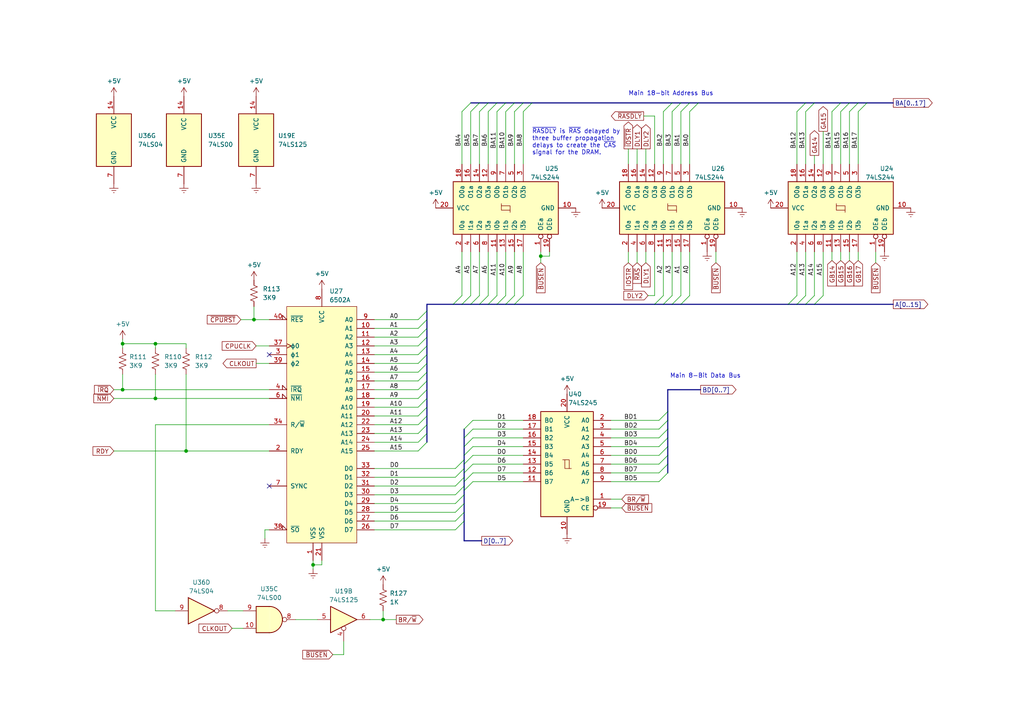
<source format=kicad_sch>
(kicad_sch (version 20230121) (generator eeschema)
  (paper "A4")
  (title_block (title "Dick Smith Cat - Motherboard") (date "1984") (company "Video Technology Ltd.") (comment 2 "Schematic Redrawn by Rhys Weatherley") (comment 3 "CPU and Bus Transceivers"))
  (lib_symbols
    (symbol "65xx:6502" (pin_names (offset 1.016))
      (property "Reference" "U" (at -10.16 35.56 0))
      (property "Value" "6502" (at 0 0 90))
      (symbol "6502_0_1"
        (rectangle (start -10.16 34.29) (end 10.16 -34.29) (fill (type background)))
      )
      (symbol "6502_1_1"
        (pin power_in line (at -2.54 -39.37 90) (length 5.08) (name "VSS") (number "1"))
        (pin output line (at 15.24 27.94 180) (length 5.08) (name "A1") (number "10"))
        (pin output line (at 15.24 25.4 180) (length 5.08) (name "A2") (number "11"))
        (pin output line (at 15.24 22.86 180) (length 5.08) (name "A3") (number "12"))
        (pin output line (at 15.24 20.32 180) (length 5.08) (name "A4") (number "13"))
        (pin output line (at 15.24 17.78 180) (length 5.08) (name "A5") (number "14"))
        (pin output line (at 15.24 15.24 180) (length 5.08) (name "A6") (number "15"))
        (pin output line (at 15.24 12.7 180) (length 5.08) (name "A7") (number "16"))
        (pin output line (at 15.24 10.16 180) (length 5.08) (name "A8") (number "17"))
        (pin output line (at 15.24 7.62 180) (length 5.08) (name "A9") (number "18"))
        (pin output line (at 15.24 5.08 180) (length 5.08) (name "A10") (number "19"))
        (pin input line (at -15.24 -7.62 0) (length 5.08) (name "RDY") (number "2"))
        (pin output line (at 15.24 2.54 180) (length 5.08) (name "A11") (number "20"))
        (pin power_in line (at 0 -39.37 90) (length 5.08) (name "VSS") (number "21"))
        (pin output line (at 15.24 0 180) (length 5.08) (name "A12") (number "22"))
        (pin output line (at 15.24 -2.54 180) (length 5.08) (name "A13") (number "23"))
        (pin output line (at 15.24 -5.08 180) (length 5.08) (name "A14") (number "24"))
        (pin output line (at 15.24 -7.62 180) (length 5.08) (name "A15") (number "25"))
        (pin bidirectional line (at 15.24 -30.48 180) (length 5.08) (name "D7") (number "26"))
        (pin bidirectional line (at 15.24 -27.94 180) (length 5.08) (name "D6") (number "27"))
        (pin bidirectional line (at 15.24 -25.4 180) (length 5.08) (name "D5") (number "28"))
        (pin bidirectional line (at 15.24 -22.86 180) (length 5.08) (name "D4") (number "29"))
        (pin output line (at -15.24 20.32 0) (length 5.08) (name "ϕ1") (number "3"))
        (pin bidirectional line (at 15.24 -20.32 180) (length 5.08) (name "D3") (number "30"))
        (pin bidirectional line (at 15.24 -17.78 180) (length 5.08) (name "D2") (number "31"))
        (pin bidirectional line (at 15.24 -15.24 180) (length 5.08) (name "D1") (number "32"))
        (pin bidirectional line (at 15.24 -12.7 180) (length 5.08) (name "D0") (number "33"))
        (pin output line (at -15.24 0 0) (length 5.08) (name "R/~{W}") (number "34"))
        (pin no_connect non_logic (at -10.16 -25.4 0) (length 2.54) hide (name "nc") (number "35"))
        (pin no_connect non_logic (at -10.16 -27.94 0) (length 2.54) hide (name "nc") (number "36"))
        (pin input clock (at -15.24 22.86 0) (length 5.08) (name "ϕ0") (number "37"))
        (pin input input_low (at -15.24 -30.48 0) (length 5.08) (name "~{SO}") (number "38"))
        (pin output line (at -15.24 17.78 0) (length 5.08) (name "ϕ2") (number "39"))
        (pin input input_low (at -15.24 10.16 0) (length 5.08) (name "~{IRQ}") (number "4"))
        (pin input input_low (at -15.24 30.48 0) (length 5.08) (name "~{RES}") (number "40"))
        (pin no_connect non_logic (at -10.16 -22.86 0) (length 2.5654) hide (name "nc") (number "5"))
        (pin input input_low (at -15.24 7.62 0) (length 5.08) (name "~{NMI}") (number "6"))
        (pin output line (at -15.24 -17.78 0) (length 5.08) (name "SYNC") (number "7"))
        (pin power_in line (at 0 39.37 270) (length 5.08) (name "VCC") (number "8"))
        (pin output line (at 15.24 30.48 180) (length 5.08) (name "A0") (number "9"))
      )
    )
    (symbol "74xx:74LS00" (pin_names (offset 1.016))
      (property "Reference" "U" (at 0 1.27 0))
      (property "Value" "74LS00" (at 0 -1.27 0))
      (symbol "74LS00_1_1"
        (arc (start 0 -3.81) (mid 3.7934 0) (end 0 3.81) (stroke (width 0.254)) (fill (type background)))
        (polyline (pts (xy 0 3.81) (xy -3.81 3.81) (xy -3.81 -3.81) (xy 0 -3.81)) (stroke (width 0.254)) (fill (type background)))
        (pin input line (at -7.62 2.54 0) (length 3.81) (name "~") (number "1"))
        (pin input line (at -7.62 -2.54 0) (length 3.81) (name "~") (number "2"))
        (pin output inverted (at 7.62 0 180) (length 3.81) (name "~") (number "3"))
      )
      (symbol "74LS00_1_2"
        (arc (start -3.81 -3.81) (mid -2.589 0) (end -3.81 3.81) (stroke (width 0.254)))
        (arc (start -0.6096 -3.81) (mid 2.1842 -2.5851) (end 3.81 0) (stroke (width 0.254)) (fill (type background)))
        (polyline (pts (xy -3.81 -3.81) (xy -0.635 -3.81)) (stroke (width 0.254)) (fill (type background)))
        (polyline (pts (xy -3.81 3.81) (xy -0.635 3.81)) (stroke (width 0.254)) (fill (type background)))
        (polyline (pts (xy -0.635 3.81) (xy -3.81 3.81) (xy -3.81 3.81) (xy -3.556 3.4036) (xy -3.0226 2.2606) (xy -2.6924 1.0414) (xy -2.6162 -0.254) (xy -2.7686 -1.4986) (xy -3.175 -2.7178) (xy -3.81 -3.81) (xy -3.81 -3.81) (xy -0.635 -3.81)) (stroke (width -25.4)) (fill (type background)))
        (arc (start 3.81 0) (mid 2.1915 2.5936) (end -0.6096 3.81) (stroke (width 0.254)) (fill (type background)))
        (pin input inverted (at -7.62 2.54 0) (length 4.318) (name "~") (number "1"))
        (pin input inverted (at -7.62 -2.54 0) (length 4.318) (name "~") (number "2"))
        (pin output line (at 7.62 0 180) (length 3.81) (name "~") (number "3"))
      )
      (symbol "74LS00_2_1"
        (arc (start 0 -3.81) (mid 3.7934 0) (end 0 3.81) (stroke (width 0.254)) (fill (type background)))
        (polyline (pts (xy 0 3.81) (xy -3.81 3.81) (xy -3.81 -3.81) (xy 0 -3.81)) (stroke (width 0.254)) (fill (type background)))
        (pin input line (at -7.62 2.54 0) (length 3.81) (name "~") (number "4"))
        (pin input line (at -7.62 -2.54 0) (length 3.81) (name "~") (number "5"))
        (pin output inverted (at 7.62 0 180) (length 3.81) (name "~") (number "6"))
      )
      (symbol "74LS00_2_2"
        (arc (start -3.81 -3.81) (mid -2.589 0) (end -3.81 3.81) (stroke (width 0.254)))
        (arc (start -0.6096 -3.81) (mid 2.1842 -2.5851) (end 3.81 0) (stroke (width 0.254)) (fill (type background)))
        (polyline (pts (xy -3.81 -3.81) (xy -0.635 -3.81)) (stroke (width 0.254)) (fill (type background)))
        (polyline (pts (xy -3.81 3.81) (xy -0.635 3.81)) (stroke (width 0.254)) (fill (type background)))
        (polyline (pts (xy -0.635 3.81) (xy -3.81 3.81) (xy -3.81 3.81) (xy -3.556 3.4036) (xy -3.0226 2.2606) (xy -2.6924 1.0414) (xy -2.6162 -0.254) (xy -2.7686 -1.4986) (xy -3.175 -2.7178) (xy -3.81 -3.81) (xy -3.81 -3.81) (xy -0.635 -3.81)) (stroke (width -25.4)) (fill (type background)))
        (arc (start 3.81 0) (mid 2.1915 2.5936) (end -0.6096 3.81) (stroke (width 0.254)) (fill (type background)))
        (pin input inverted (at -7.62 2.54 0) (length 4.318) (name "~") (number "4"))
        (pin input inverted (at -7.62 -2.54 0) (length 4.318) (name "~") (number "5"))
        (pin output line (at 7.62 0 180) (length 3.81) (name "~") (number "6"))
      )
      (symbol "74LS00_3_1"
        (arc (start 0 -3.81) (mid 3.7934 0) (end 0 3.81) (stroke (width 0.254)) (fill (type background)))
        (polyline (pts (xy 0 3.81) (xy -3.81 3.81) (xy -3.81 -3.81) (xy 0 -3.81)) (stroke (width 0.254)) (fill (type background)))
        (pin input line (at -7.62 -2.54 0) (length 3.81) (name "~") (number "10"))
        (pin output inverted (at 7.62 0 180) (length 3.81) (name "~") (number "8"))
        (pin input line (at -7.62 2.54 0) (length 3.81) (name "~") (number "9"))
      )
      (symbol "74LS00_3_2"
        (arc (start -3.81 -3.81) (mid -2.589 0) (end -3.81 3.81) (stroke (width 0.254)))
        (arc (start -0.6096 -3.81) (mid 2.1842 -2.5851) (end 3.81 0) (stroke (width 0.254)) (fill (type background)))
        (polyline (pts (xy -3.81 -3.81) (xy -0.635 -3.81)) (stroke (width 0.254)) (fill (type background)))
        (polyline (pts (xy -3.81 3.81) (xy -0.635 3.81)) (stroke (width 0.254)) (fill (type background)))
        (polyline (pts (xy -0.635 3.81) (xy -3.81 3.81) (xy -3.81 3.81) (xy -3.556 3.4036) (xy -3.0226 2.2606) (xy -2.6924 1.0414) (xy -2.6162 -0.254) (xy -2.7686 -1.4986) (xy -3.175 -2.7178) (xy -3.81 -3.81) (xy -3.81 -3.81) (xy -0.635 -3.81)) (stroke (width -25.4)) (fill (type background)))
        (arc (start 3.81 0) (mid 2.1915 2.5936) (end -0.6096 3.81) (stroke (width 0.254)) (fill (type background)))
        (pin input inverted (at -7.62 -2.54 0) (length 4.318) (name "~") (number "10"))
        (pin output line (at 7.62 0 180) (length 3.81) (name "~") (number "8"))
        (pin input inverted (at -7.62 2.54 0) (length 4.318) (name "~") (number "9"))
      )
      (symbol "74LS00_4_1"
        (arc (start 0 -3.81) (mid 3.7934 0) (end 0 3.81) (stroke (width 0.254)) (fill (type background)))
        (polyline (pts (xy 0 3.81) (xy -3.81 3.81) (xy -3.81 -3.81) (xy 0 -3.81)) (stroke (width 0.254)) (fill (type background)))
        (pin output inverted (at 7.62 0 180) (length 3.81) (name "~") (number "11"))
        (pin input line (at -7.62 2.54 0) (length 3.81) (name "~") (number "12"))
        (pin input line (at -7.62 -2.54 0) (length 3.81) (name "~") (number "13"))
      )
      (symbol "74LS00_4_2"
        (arc (start -3.81 -3.81) (mid -2.589 0) (end -3.81 3.81) (stroke (width 0.254)))
        (arc (start -0.6096 -3.81) (mid 2.1842 -2.5851) (end 3.81 0) (stroke (width 0.254)) (fill (type background)))
        (polyline (pts (xy -3.81 -3.81) (xy -0.635 -3.81)) (stroke (width 0.254)) (fill (type background)))
        (polyline (pts (xy -3.81 3.81) (xy -0.635 3.81)) (stroke (width 0.254)) (fill (type background)))
        (polyline (pts (xy -0.635 3.81) (xy -3.81 3.81) (xy -3.81 3.81) (xy -3.556 3.4036) (xy -3.0226 2.2606) (xy -2.6924 1.0414) (xy -2.6162 -0.254) (xy -2.7686 -1.4986) (xy -3.175 -2.7178) (xy -3.81 -3.81) (xy -3.81 -3.81) (xy -0.635 -3.81)) (stroke (width -25.4)) (fill (type background)))
        (arc (start 3.81 0) (mid 2.1915 2.5936) (end -0.6096 3.81) (stroke (width 0.254)) (fill (type background)))
        (pin output line (at 7.62 0 180) (length 3.81) (name "~") (number "11"))
        (pin input inverted (at -7.62 2.54 0) (length 4.318) (name "~") (number "12"))
        (pin input inverted (at -7.62 -2.54 0) (length 4.318) (name "~") (number "13"))
      )
      (symbol "74LS00_5_0"
        (pin power_in line (at 0 12.7 270) (length 5.08) (name "VCC") (number "14"))
        (pin power_in line (at 0 -12.7 90) (length 5.08) (name "GND") (number "7"))
      )
      (symbol "74LS00_5_1"
        (rectangle (start -5.08 7.62) (end 5.08 -7.62) (stroke (width 0.254)) (fill (type background)))
      )
    )
    (symbol "74xx:74LS04"
      (property "Reference" "U" (at 0 1.27 0))
      (property "Value" "74LS04" (at 0 -1.27 0))
      (symbol "74LS04_1_0"
        (polyline (pts (xy -3.81 3.81) (xy -3.81 -3.81) (xy 3.81 0) (xy -3.81 3.81)) (stroke (width 0.254)) (fill (type background)))
        (pin input line (at -7.62 0 0) (length 3.81) (name "~") (number "1"))
        (pin output inverted (at 7.62 0 180) (length 3.81) (name "~") (number "2"))
      )
      (symbol "74LS04_2_0"
        (polyline (pts (xy -3.81 3.81) (xy -3.81 -3.81) (xy 3.81 0) (xy -3.81 3.81)) (stroke (width 0.254)) (fill (type background)))
        (pin input line (at -7.62 0 0) (length 3.81) (name "~") (number "3"))
        (pin output inverted (at 7.62 0 180) (length 3.81) (name "~") (number "4"))
      )
      (symbol "74LS04_3_0"
        (polyline (pts (xy -3.81 3.81) (xy -3.81 -3.81) (xy 3.81 0) (xy -3.81 3.81)) (stroke (width 0.254)) (fill (type background)))
        (pin input line (at -7.62 0 0) (length 3.81) (name "~") (number "5"))
        (pin output inverted (at 7.62 0 180) (length 3.81) (name "~") (number "6"))
      )
      (symbol "74LS04_4_0"
        (polyline (pts (xy -3.81 3.81) (xy -3.81 -3.81) (xy 3.81 0) (xy -3.81 3.81)) (stroke (width 0.254)) (fill (type background)))
        (pin output inverted (at 7.62 0 180) (length 3.81) (name "~") (number "8"))
        (pin input line (at -7.62 0 0) (length 3.81) (name "~") (number "9"))
      )
      (symbol "74LS04_5_0"
        (polyline (pts (xy -3.81 3.81) (xy -3.81 -3.81) (xy 3.81 0) (xy -3.81 3.81)) (stroke (width 0.254)) (fill (type background)))
        (pin output inverted (at 7.62 0 180) (length 3.81) (name "~") (number "10"))
        (pin input line (at -7.62 0 0) (length 3.81) (name "~") (number "11"))
      )
      (symbol "74LS04_6_0"
        (polyline (pts (xy -3.81 3.81) (xy -3.81 -3.81) (xy 3.81 0) (xy -3.81 3.81)) (stroke (width 0.254)) (fill (type background)))
        (pin output inverted (at 7.62 0 180) (length 3.81) (name "~") (number "12"))
        (pin input line (at -7.62 0 0) (length 3.81) (name "~") (number "13"))
      )
      (symbol "74LS04_7_0"
        (pin power_in line (at 0 12.7 270) (length 5.08) (name "VCC") (number "14"))
        (pin power_in line (at 0 -12.7 90) (length 5.08) (name "GND") (number "7"))
      )
      (symbol "74LS04_7_1"
        (rectangle (start -5.08 7.62) (end 5.08 -7.62) (stroke (width 0.254)) (fill (type background)))
      )
    )
    (symbol "74xx:74LS125" (pin_names (offset 1.016))
      (property "Reference" "U" (at 0 1.27 0))
      (property "Value" "74LS125" (at 0 -1.27 0))
      (symbol "74LS125_1_0"
        (polyline (pts (xy -3.81 3.81) (xy -3.81 -3.81) (xy 3.81 0) (xy -3.81 3.81)) (stroke (width 0.254)) (fill (type background)))
        (pin input inverted (at 0 -6.35 90) (length 4.445) (name "~") (number "1"))
        (pin input line (at -7.62 0 0) (length 3.81) (name "~") (number "2"))
        (pin tri_state line (at 7.62 0 180) (length 3.81) (name "~") (number "3"))
      )
      (symbol "74LS125_2_0"
        (polyline (pts (xy -3.81 3.81) (xy -3.81 -3.81) (xy 3.81 0) (xy -3.81 3.81)) (stroke (width 0.254)) (fill (type background)))
        (pin input inverted (at 0 -6.35 90) (length 4.445) (name "~") (number "4"))
        (pin input line (at -7.62 0 0) (length 3.81) (name "~") (number "5"))
        (pin tri_state line (at 7.62 0 180) (length 3.81) (name "~") (number "6"))
      )
      (symbol "74LS125_3_0"
        (polyline (pts (xy -3.81 3.81) (xy -3.81 -3.81) (xy 3.81 0) (xy -3.81 3.81)) (stroke (width 0.254)) (fill (type background)))
        (pin input inverted (at 0 -6.35 90) (length 4.445) (name "~") (number "10"))
        (pin tri_state line (at 7.62 0 180) (length 3.81) (name "~") (number "8"))
        (pin input line (at -7.62 0 0) (length 3.81) (name "~") (number "9"))
      )
      (symbol "74LS125_4_0"
        (polyline (pts (xy -3.81 3.81) (xy -3.81 -3.81) (xy 3.81 0) (xy -3.81 3.81)) (stroke (width 0.254)) (fill (type background)))
        (pin tri_state line (at 7.62 0 180) (length 3.81) (name "~") (number "11"))
        (pin input line (at -7.62 0 0) (length 3.81) (name "~") (number "12"))
        (pin input inverted (at 0 -6.35 90) (length 4.445) (name "~") (number "13"))
      )
      (symbol "74LS125_5_0"
        (pin power_in line (at 0 12.7 270) (length 5.08) (name "VCC") (number "14"))
        (pin power_in line (at 0 -12.7 90) (length 5.08) (name "GND") (number "7"))
      )
      (symbol "74LS125_5_1"
        (rectangle (start -5.08 7.62) (end 5.08 -7.62) (stroke (width 0.254)) (fill (type background)))
      )
    )
    (symbol "74xx:74LS244" (pin_names (offset 1.016))
      (property "Reference" "U" (at -7.62 16.51 0))
      (property "Value" "74LS244" (at -7.62 -16.51 0))
      (symbol "74LS244_1_0"
        (polyline (pts (xy -0.635 -1.27) (xy -0.635 1.27) (xy 0.635 1.27)))
        (polyline (pts (xy -1.27 -1.27) (xy 0.635 -1.27) (xy 0.635 1.27) (xy 1.27 1.27)))
        (pin input inverted (at -12.7 -10.16 0) (length 5.08) (name "OEa") (number "1"))
        (pin power_in line (at 0 -20.32 90) (length 5.08) (name "GND") (number "10"))
        (pin input line (at -12.7 2.54 0) (length 5.08) (name "I0b") (number "11"))
        (pin tri_state line (at 12.7 5.08 180) (length 5.08) (name "O3a") (number "12"))
        (pin input line (at -12.7 0 0) (length 5.08) (name "I1b") (number "13"))
        (pin tri_state line (at 12.7 7.62 180) (length 5.08) (name "O2a") (number "14"))
        (pin input line (at -12.7 -2.54 0) (length 5.08) (name "I2b") (number "15"))
        (pin tri_state line (at 12.7 10.16 180) (length 5.08) (name "O1a") (number "16"))
        (pin input line (at -12.7 -5.08 0) (length 5.08) (name "I3b") (number "17"))
        (pin tri_state line (at 12.7 12.7 180) (length 5.08) (name "O0a") (number "18"))
        (pin input inverted (at -12.7 -12.7 0) (length 5.08) (name "OEb") (number "19"))
        (pin input line (at -12.7 12.7 0) (length 5.08) (name "I0a") (number "2"))
        (pin power_in line (at 0 20.32 270) (length 5.08) (name "VCC") (number "20"))
        (pin tri_state line (at 12.7 -5.08 180) (length 5.08) (name "O3b") (number "3"))
        (pin input line (at -12.7 10.16 0) (length 5.08) (name "I1a") (number "4"))
        (pin tri_state line (at 12.7 -2.54 180) (length 5.08) (name "O2b") (number "5"))
        (pin input line (at -12.7 7.62 0) (length 5.08) (name "I2a") (number "6"))
        (pin tri_state line (at 12.7 0 180) (length 5.08) (name "O1b") (number "7"))
        (pin input line (at -12.7 5.08 0) (length 5.08) (name "I3a") (number "8"))
        (pin tri_state line (at 12.7 2.54 180) (length 5.08) (name "O0b") (number "9"))
      )
      (symbol "74LS244_1_1"
        (rectangle (start -7.62 15.24) (end 7.62 -15.24) (stroke (width 0.254)) (fill (type background)))
      )
    )
    (symbol "74xx:74LS245" (pin_names (offset 1.016))
      (property "Reference" "U" (at -7.62 16.51 0))
      (property "Value" "74LS245" (at -7.62 -16.51 0))
      (symbol "74LS245_1_0"
        (polyline (pts (xy -0.635 -1.27) (xy -0.635 1.27) (xy 0.635 1.27)))
        (polyline (pts (xy -1.27 -1.27) (xy 0.635 -1.27) (xy 0.635 1.27) (xy 1.27 1.27)))
        (pin input line (at -12.7 -10.16 0) (length 5.08) (name "A->B") (number "1"))
        (pin power_in line (at 0 -20.32 90) (length 5.08) (name "GND") (number "10"))
        (pin tri_state line (at 12.7 -5.08 180) (length 5.08) (name "B7") (number "11"))
        (pin tri_state line (at 12.7 -2.54 180) (length 5.08) (name "B6") (number "12"))
        (pin tri_state line (at 12.7 0 180) (length 5.08) (name "B5") (number "13"))
        (pin tri_state line (at 12.7 2.54 180) (length 5.08) (name "B4") (number "14"))
        (pin tri_state line (at 12.7 5.08 180) (length 5.08) (name "B3") (number "15"))
        (pin tri_state line (at 12.7 7.62 180) (length 5.08) (name "B2") (number "16"))
        (pin tri_state line (at 12.7 10.16 180) (length 5.08) (name "B1") (number "17"))
        (pin tri_state line (at 12.7 12.7 180) (length 5.08) (name "B0") (number "18"))
        (pin input inverted (at -12.7 -12.7 0) (length 5.08) (name "CE") (number "19"))
        (pin tri_state line (at -12.7 12.7 0) (length 5.08) (name "A0") (number "2"))
        (pin power_in line (at 0 20.32 270) (length 5.08) (name "VCC") (number "20"))
        (pin tri_state line (at -12.7 10.16 0) (length 5.08) (name "A1") (number "3"))
        (pin tri_state line (at -12.7 7.62 0) (length 5.08) (name "A2") (number "4"))
        (pin tri_state line (at -12.7 5.08 0) (length 5.08) (name "A3") (number "5"))
        (pin tri_state line (at -12.7 2.54 0) (length 5.08) (name "A4") (number "6"))
        (pin tri_state line (at -12.7 0 0) (length 5.08) (name "A5") (number "7"))
        (pin tri_state line (at -12.7 -2.54 0) (length 5.08) (name "A6") (number "8"))
        (pin tri_state line (at -12.7 -5.08 0) (length 5.08) (name "A7") (number "9"))
      )
      (symbol "74LS245_1_1"
        (rectangle (start -7.62 15.24) (end 7.62 -15.24) (stroke (width 0.254)) (fill (type background)))
      )
    )
    (symbol "Device:R_US" (pin_numbers hide) (pin_names (offset 0))
      (property "Reference" "R" (at 2.54 0 90))
      (property "Value" "R_US" (at -2.54 0 90))
      (symbol "R_US_0_1"
        (polyline (pts (xy 0 -2.286) (xy 0 -2.54)))
        (polyline (pts (xy 0 2.286) (xy 0 2.54)))
        (polyline (pts (xy 0 -0.762) (xy 1.016 -1.143) (xy 0 -1.524) (xy -1.016 -1.905) (xy 0 -2.286)))
        (polyline (pts (xy 0 0.762) (xy 1.016 0.381) (xy 0 0) (xy -1.016 -0.381) (xy 0 -0.762)))
        (polyline (pts (xy 0 2.286) (xy 1.016 1.905) (xy 0 1.524) (xy -1.016 1.143) (xy 0 0.762)))
      )
      (symbol "R_US_1_1"
        (pin passive line (at 0 3.81 270) (length 1.27) (name "~") (number "1"))
        (pin passive line (at 0 -3.81 90) (length 1.27) (name "~") (number "2"))
      )
    )
    (symbol "power:+5V" (power) (pin_names (offset 0))
      (property "Value" "+5V" (at 0 3.556 0))
      (symbol "+5V_0_1"
        (polyline (pts (xy -0.762 1.27) (xy 0 2.54)))
        (polyline (pts (xy 0 0) (xy 0 2.54)))
        (polyline (pts (xy 0 2.54) (xy 0.762 1.27)))
      )
      (symbol "+5V_1_1"
        (pin power_in line (at 0 0 90) (length 0) hide (name "+5V") (number "1"))
      )
    )
    (symbol "power:Earth" (power) (pin_names (offset 0))
      (symbol "Earth_0_1"
        (polyline (pts (xy -0.635 -1.905) (xy 0.635 -1.905)))
        (polyline (pts (xy -0.127 -2.54) (xy 0.127 -2.54)))
        (polyline (pts (xy 0 -1.27) (xy 0 0)))
        (polyline (pts (xy 1.27 -1.27) (xy -1.27 -1.27)))
      )
      (symbol "Earth_1_1"
        (pin power_in line (at 0 0 270) (length 0) hide (name "Earth") (number "1"))
      )
    )
  )
  (junction (at 90.805 163.83))
  (junction (at 35.56 99.695))
  (junction (at 45.085 115.57))
  (junction (at 156.845 74.295))
  (junction (at 35.56 113.03))
  (junction (at 45.085 99.695))
  (junction (at 111.125 179.705))
  (junction (at 73.66 92.71))
  (junction (at 53.975 130.81))
  (no_connect (at 78.105 102.87))
  (no_connect (at 78.105 140.97))
  (bus_entry (at 236.22 88.265) (size 2.54 -2.54))
  (bus_entry (at 248.92 32.385) (size 2.54 -2.54))
  (bus_entry (at 134.62 129.54) (size 2.54 -2.54))
  (bus_entry (at 197.485 32.385) (size 2.54 -2.54))
  (bus_entry (at 191.135 124.46) (size 2.54 -2.54))
  (bus_entry (at 132.08 143.51) (size 2.54 -2.54))
  (bus_entry (at 200.025 32.385) (size 2.54 -2.54))
  (bus_entry (at 121.285 100.33) (size 2.54 -2.54))
  (bus_entry (at 191.135 137.16) (size 2.54 -2.54))
  (bus_entry (at 233.68 32.385) (size 2.54 -2.54))
  (bus_entry (at 134.62 139.7) (size 2.54 -2.54))
  (bus_entry (at 133.985 88.265) (size 2.54 -2.54))
  (bus_entry (at 191.135 139.7) (size 2.54 -2.54))
  (bus_entry (at 132.08 140.97) (size 2.54 -2.54))
  (bus_entry (at 246.38 32.385) (size 2.54 -2.54))
  (bus_entry (at 132.08 148.59) (size 2.54 -2.54))
  (bus_entry (at 144.145 32.385) (size 2.54 -2.54))
  (bus_entry (at 241.3 32.385) (size 2.54 -2.54))
  (bus_entry (at 121.285 130.81) (size 2.54 -2.54))
  (bus_entry (at 192.405 32.385) (size 2.54 -2.54))
  (bus_entry (at 121.285 105.41) (size 2.54 -2.54))
  (bus_entry (at 121.285 95.25) (size 2.54 -2.54))
  (bus_entry (at 134.62 134.62) (size 2.54 -2.54))
  (bus_entry (at 136.525 88.265) (size 2.54 -2.54))
  (bus_entry (at 243.84 32.385) (size 2.54 -2.54))
  (bus_entry (at 139.065 88.265) (size 2.54 -2.54))
  (bus_entry (at 149.225 32.385) (size 2.54 -2.54))
  (bus_entry (at 191.135 134.62) (size 2.54 -2.54))
  (bus_entry (at 139.065 32.385) (size 2.54 -2.54))
  (bus_entry (at 231.14 88.265) (size 2.54 -2.54))
  (bus_entry (at 194.945 88.265) (size 2.54 -2.54))
  (bus_entry (at 121.285 97.79) (size 2.54 -2.54))
  (bus_entry (at 121.285 113.03) (size 2.54 -2.54))
  (bus_entry (at 151.765 32.385) (size 2.54 -2.54))
  (bus_entry (at 231.14 32.385) (size 2.54 -2.54))
  (bus_entry (at 132.08 146.05) (size 2.54 -2.54))
  (bus_entry (at 141.605 88.265) (size 2.54 -2.54))
  (bus_entry (at 228.6 88.265) (size 2.54 -2.54))
  (bus_entry (at 121.285 102.87) (size 2.54 -2.54))
  (bus_entry (at 141.605 32.385) (size 2.54 -2.54))
  (bus_entry (at 197.485 88.265) (size 2.54 -2.54))
  (bus_entry (at 191.135 132.08) (size 2.54 -2.54))
  (bus_entry (at 121.285 120.65) (size 2.54 -2.54))
  (bus_entry (at 132.08 135.89) (size 2.54 -2.54))
  (bus_entry (at 134.62 127) (size 2.54 -2.54))
  (bus_entry (at 134.62 124.46) (size 2.54 -2.54))
  (bus_entry (at 134.62 137.16) (size 2.54 -2.54))
  (bus_entry (at 146.685 32.385) (size 2.54 -2.54))
  (bus_entry (at 189.865 88.265) (size 2.54 -2.54))
  (bus_entry (at 131.445 88.265) (size 2.54 -2.54))
  (bus_entry (at 133.985 32.385) (size 2.54 -2.54))
  (bus_entry (at 191.135 121.92) (size 2.54 -2.54))
  (bus_entry (at 132.08 153.67) (size 2.54 -2.54))
  (bus_entry (at 121.285 92.71) (size 2.54 -2.54))
  (bus_entry (at 233.68 88.265) (size 2.54 -2.54))
  (bus_entry (at 136.525 32.385) (size 2.54 -2.54))
  (bus_entry (at 121.285 125.73) (size 2.54 -2.54))
  (bus_entry (at 121.285 107.95) (size 2.54 -2.54))
  (bus_entry (at 134.62 142.24) (size 2.54 -2.54))
  (bus_entry (at 121.285 123.19) (size 2.54 -2.54))
  (bus_entry (at 132.08 138.43) (size 2.54 -2.54))
  (bus_entry (at 146.685 88.265) (size 2.54 -2.54))
  (bus_entry (at 192.405 88.265) (size 2.54 -2.54))
  (bus_entry (at 144.145 88.265) (size 2.54 -2.54))
  (bus_entry (at 121.285 110.49) (size 2.54 -2.54))
  (bus_entry (at 191.135 129.54) (size 2.54 -2.54))
  (bus_entry (at 121.285 118.11) (size 2.54 -2.54))
  (bus_entry (at 191.135 127) (size 2.54 -2.54))
  (bus_entry (at 194.945 32.385) (size 2.54 -2.54))
  (bus_entry (at 132.08 151.13) (size 2.54 -2.54))
  (bus_entry (at 121.285 128.27) (size 2.54 -2.54))
  (bus_entry (at 149.225 88.265) (size 2.54 -2.54))
  (bus_entry (at 134.62 132.08) (size 2.54 -2.54))
  (bus_entry (at 121.285 115.57) (size 2.54 -2.54))
  (bus (pts (xy 134.62 137.16) (xy 134.62 138.43)))
  (wire (pts (xy 177.165 129.54) (xy 191.135 129.54)))
  (wire (pts (xy 139.065 73.025) (xy 139.065 85.725)))
  (wire (pts (xy 108.585 130.81) (xy 121.285 130.81)))
  (wire (pts (xy 243.84 32.385) (xy 243.84 47.625)))
  (bus (pts (xy 149.225 29.845) (xy 151.765 29.845)))
  (wire (pts (xy 238.76 38.1) (xy 238.76 47.625)))
  (wire (pts (xy 248.92 32.385) (xy 248.92 47.625)))
  (wire (pts (xy 149.225 73.025) (xy 149.225 85.725)))
  (bus (pts (xy 193.675 129.54) (xy 193.675 127)))
  (wire (pts (xy 233.68 32.385) (xy 233.68 47.625)))
  (bus (pts (xy 200.025 29.845) (xy 202.565 29.845)))
  (bus (pts (xy 134.62 124.46) (xy 134.62 127)))
  (bus (pts (xy 123.825 102.87) (xy 123.825 105.41)))
  (wire (pts (xy 207.645 73.025) (xy 207.645 76.2)))
  (bus (pts (xy 133.985 88.265) (xy 136.525 88.265)))
  (wire (pts (xy 177.165 127) (xy 191.135 127)))
  (wire (pts (xy 189.865 85.725) (xy 189.865 73.025)))
  (wire (pts (xy 194.945 32.385) (xy 194.945 47.625)))
  (wire (pts (xy 248.92 73.025) (xy 248.92 75.565)))
  (bus (pts (xy 134.62 140.97) (xy 134.62 142.24)))
  (wire (pts (xy 177.165 137.16) (xy 191.135 137.16)))
  (bus (pts (xy 193.675 127) (xy 193.675 124.46)))
  (bus (pts (xy 123.825 105.41) (xy 123.825 107.95)))
  (wire (pts (xy 197.485 73.025) (xy 197.485 85.725)))
  (wire (pts (xy 45.085 123.19) (xy 45.085 177.165)))
  (wire (pts (xy 241.3 32.385) (xy 241.3 47.625)))
  (wire (pts (xy 35.56 108.585) (xy 35.56 113.03)))
  (wire (pts (xy 177.165 144.78) (xy 180.34 144.78)))
  (wire (pts (xy 111.125 177.165) (xy 111.125 179.705)))
  (bus (pts (xy 189.865 88.265) (xy 192.405 88.265)))
  (wire (pts (xy 53.975 100.965) (xy 53.975 99.695)))
  (bus (pts (xy 134.62 142.24) (xy 134.62 143.51)))
  (wire (pts (xy 197.485 32.385) (xy 197.485 47.625)))
  (wire (pts (xy 177.165 124.46) (xy 191.135 124.46)))
  (wire (pts (xy 136.525 32.385) (xy 136.525 47.625)))
  (wire (pts (xy 182.245 73.025) (xy 182.245 76.2)))
  (wire (pts (xy 108.585 151.13) (xy 132.08 151.13)))
  (wire (pts (xy 108.585 100.33) (xy 121.285 100.33)))
  (bus (pts (xy 123.825 123.19) (xy 123.825 120.65)))
  (wire (pts (xy 194.945 73.025) (xy 194.945 85.725)))
  (wire (pts (xy 177.165 121.92) (xy 191.135 121.92)))
  (bus (pts (xy 236.22 29.845) (xy 243.84 29.845)))
  (bus (pts (xy 136.525 88.265) (xy 139.065 88.265)))
  (wire (pts (xy 186.69 33.655) (xy 189.865 33.655)))
  (bus (pts (xy 197.485 29.845) (xy 200.025 29.845)))
  (wire (pts (xy 177.165 139.7) (xy 191.135 139.7)))
  (wire (pts (xy 67.31 182.245) (xy 70.485 182.245)))
  (bus (pts (xy 139.065 29.845) (xy 141.605 29.845)))
  (wire (pts (xy 133.985 73.025) (xy 133.985 85.725)))
  (bus (pts (xy 134.62 139.7) (xy 134.62 140.97)))
  (bus (pts (xy 123.825 88.265) (xy 131.445 88.265)))
  (wire (pts (xy 108.585 120.65) (xy 121.285 120.65)))
  (wire (pts (xy 99.695 189.865) (xy 96.52 189.865)))
  (wire (pts (xy 243.84 73.025) (xy 243.84 75.565)))
  (bus (pts (xy 146.685 29.845) (xy 149.225 29.845)))
  (bus (pts (xy 134.62 148.59) (xy 134.62 151.13)))
  (wire (pts (xy 159.385 73.025) (xy 159.385 74.295)))
  (bus (pts (xy 134.62 132.08) (xy 134.62 133.35)))
  (wire (pts (xy 177.165 134.62) (xy 191.135 134.62)))
  (wire (pts (xy 141.605 32.385) (xy 141.605 47.625)))
  (bus (pts (xy 193.675 134.62) (xy 193.675 132.08)))
  (bus (pts (xy 193.675 132.08) (xy 193.675 129.54)))
  (bus (pts (xy 134.62 146.05) (xy 134.62 148.59)))
  (bus (pts (xy 141.605 88.265) (xy 144.145 88.265)))
  (wire (pts (xy 146.685 73.025) (xy 146.685 85.725)))
  (wire (pts (xy 99.695 186.055) (xy 99.695 189.865)))
  (wire (pts (xy 78.105 153.67) (xy 76.835 153.67)))
  (wire (pts (xy 149.225 32.385) (xy 149.225 47.625)))
  (wire (pts (xy 137.16 129.54) (xy 151.765 129.54)))
  (wire (pts (xy 137.16 134.62) (xy 151.765 134.62)))
  (wire (pts (xy 73.66 92.71) (xy 78.105 92.71)))
  (bus (pts (xy 123.825 95.25) (xy 123.825 97.79)))
  (wire (pts (xy 156.845 73.025) (xy 156.845 74.295)))
  (wire (pts (xy 74.295 105.41) (xy 78.105 105.41)))
  (wire (pts (xy 144.145 32.385) (xy 144.145 47.625)))
  (wire (pts (xy 146.685 32.385) (xy 146.685 47.625)))
  (wire (pts (xy 108.585 123.19) (xy 121.285 123.19)))
  (bus (pts (xy 134.62 156.845) (xy 139.7 156.845)))
  (bus (pts (xy 123.825 115.57) (xy 123.825 113.03)))
  (bus (pts (xy 123.825 92.71) (xy 123.825 95.25)))
  (bus (pts (xy 123.825 100.33) (xy 123.825 102.87)))
  (wire (pts (xy 107.315 179.705) (xy 111.125 179.705)))
  (bus (pts (xy 144.145 88.265) (xy 146.685 88.265)))
  (wire (pts (xy 73.66 88.9) (xy 73.66 92.71)))
  (wire (pts (xy 246.38 32.385) (xy 246.38 47.625)))
  (bus (pts (xy 248.92 29.845) (xy 251.46 29.845)))
  (bus (pts (xy 202.565 29.845) (xy 233.68 29.845)))
  (bus (pts (xy 139.065 88.265) (xy 141.605 88.265)))
  (wire (pts (xy 137.16 139.7) (xy 151.765 139.7)))
  (wire (pts (xy 108.585 140.97) (xy 132.08 140.97)))
  (wire (pts (xy 254 73.025) (xy 254 76.2)))
  (bus (pts (xy 251.46 29.845) (xy 259.08 29.845)))
  (wire (pts (xy 35.56 99.695) (xy 35.56 100.965)))
  (wire (pts (xy 144.145 73.025) (xy 144.145 85.725)))
  (wire (pts (xy 241.3 73.025) (xy 241.3 75.565)))
  (wire (pts (xy 108.585 148.59) (xy 132.08 148.59)))
  (wire (pts (xy 236.22 73.025) (xy 236.22 85.725)))
  (bus (pts (xy 246.38 29.845) (xy 248.92 29.845)))
  (bus (pts (xy 123.825 110.49) (xy 123.825 113.03)))
  (bus (pts (xy 134.62 127) (xy 134.62 129.54)))
  (wire (pts (xy 35.56 98.425) (xy 35.56 99.695)))
  (wire (pts (xy 231.14 73.025) (xy 231.14 85.725)))
  (bus (pts (xy 134.62 138.43) (xy 134.62 139.7)))
  (bus (pts (xy 228.6 88.265) (xy 231.14 88.265)))
  (bus (pts (xy 123.825 118.11) (xy 123.825 115.57)))
  (wire (pts (xy 108.585 113.03) (xy 121.285 113.03)))
  (wire (pts (xy 151.765 32.385) (xy 151.765 47.625)))
  (wire (pts (xy 137.16 132.08) (xy 151.765 132.08)))
  (wire (pts (xy 108.585 97.79) (xy 121.285 97.79)))
  (wire (pts (xy 151.765 73.025) (xy 151.765 85.725)))
  (wire (pts (xy 187.96 85.725) (xy 189.865 85.725)))
  (wire (pts (xy 238.76 73.025) (xy 238.76 85.725)))
  (bus (pts (xy 194.945 29.845) (xy 197.485 29.845)))
  (wire (pts (xy 53.975 108.585) (xy 53.975 130.81)))
  (wire (pts (xy 177.165 147.32) (xy 180.34 147.32)))
  (wire (pts (xy 45.085 99.695) (xy 35.56 99.695)))
  (bus (pts (xy 136.525 29.845) (xy 139.065 29.845)))
  (bus (pts (xy 193.675 113.03) (xy 203.2 113.03)))
  (bus (pts (xy 233.68 88.265) (xy 236.22 88.265)))
  (wire (pts (xy 108.585 102.87) (xy 121.285 102.87)))
  (wire (pts (xy 111.125 179.705) (xy 114.935 179.705)))
  (wire (pts (xy 141.605 73.025) (xy 141.605 85.725)))
  (bus (pts (xy 193.675 119.38) (xy 193.675 113.03)))
  (wire (pts (xy 85.725 179.705) (xy 92.075 179.705)))
  (bus (pts (xy 123.825 125.73) (xy 123.825 128.27)))
  (wire (pts (xy 53.975 130.81) (xy 78.105 130.81)))
  (bus (pts (xy 194.945 88.265) (xy 197.485 88.265)))
  (wire (pts (xy 159.385 74.295) (xy 156.845 74.295)))
  (bus (pts (xy 134.62 133.35) (xy 134.62 134.62)))
  (wire (pts (xy 108.585 110.49) (xy 121.285 110.49)))
  (wire (pts (xy 233.68 73.025) (xy 233.68 85.725)))
  (bus (pts (xy 131.445 88.265) (xy 133.985 88.265)))
  (bus (pts (xy 134.62 143.51) (xy 134.62 146.05)))
  (wire (pts (xy 45.085 123.19) (xy 78.105 123.19)))
  (wire (pts (xy 45.085 177.165) (xy 50.8 177.165)))
  (bus (pts (xy 193.675 121.92) (xy 193.675 119.38)))
  (wire (pts (xy 231.14 32.385) (xy 231.14 47.625)))
  (wire (pts (xy 108.585 125.73) (xy 121.285 125.73)))
  (bus (pts (xy 231.14 88.265) (xy 233.68 88.265)))
  (wire (pts (xy 108.585 115.57) (xy 121.285 115.57)))
  (wire (pts (xy 90.805 163.83) (xy 90.805 165.1)))
  (wire (pts (xy 184.785 43.18) (xy 184.785 47.625)))
  (wire (pts (xy 74.295 100.33) (xy 78.105 100.33)))
  (wire (pts (xy 33.02 115.57) (xy 45.085 115.57)))
  (wire (pts (xy 182.245 43.18) (xy 182.245 47.625)))
  (wire (pts (xy 200.025 32.385) (xy 200.025 47.625)))
  (wire (pts (xy 108.585 128.27) (xy 121.285 128.27)))
  (wire (pts (xy 137.16 127) (xy 151.765 127)))
  (wire (pts (xy 108.585 153.67) (xy 132.08 153.67)))
  (wire (pts (xy 236.22 45.085) (xy 236.22 47.625)))
  (wire (pts (xy 108.585 95.25) (xy 121.285 95.25)))
  (bus (pts (xy 233.68 29.845) (xy 236.22 29.845)))
  (wire (pts (xy 108.585 138.43) (xy 132.08 138.43)))
  (wire (pts (xy 108.585 135.89) (xy 132.08 135.89)))
  (wire (pts (xy 133.985 32.385) (xy 133.985 47.625)))
  (wire (pts (xy 45.085 99.695) (xy 45.085 100.965)))
  (wire (pts (xy 35.56 113.03) (xy 78.105 113.03)))
  (wire (pts (xy 33.02 130.81) (xy 53.975 130.81)))
  (bus (pts (xy 141.605 29.845) (xy 144.145 29.845)))
  (wire (pts (xy 93.345 162.56) (xy 93.345 163.83)))
  (wire (pts (xy 137.16 124.46) (xy 151.765 124.46)))
  (wire (pts (xy 139.065 32.385) (xy 139.065 47.625)))
  (wire (pts (xy 33.02 113.03) (xy 35.56 113.03)))
  (bus (pts (xy 123.825 123.19) (xy 123.825 125.73)))
  (wire (pts (xy 192.405 73.025) (xy 192.405 85.725)))
  (wire (pts (xy 137.16 137.16) (xy 151.765 137.16)))
  (wire (pts (xy 76.835 153.67) (xy 76.835 156.21)))
  (wire (pts (xy 192.405 32.385) (xy 192.405 47.625)))
  (bus (pts (xy 192.405 88.265) (xy 194.945 88.265)))
  (wire (pts (xy 45.085 108.585) (xy 45.085 115.57)))
  (wire (pts (xy 184.785 73.025) (xy 184.785 76.2)))
  (bus (pts (xy 123.825 90.17) (xy 123.825 88.265)))
  (bus (pts (xy 134.62 129.54) (xy 134.62 132.08)))
  (bus (pts (xy 193.675 124.46) (xy 193.675 121.92)))
  (wire (pts (xy 108.585 107.95) (xy 121.285 107.95)))
  (bus (pts (xy 149.225 88.265) (xy 189.865 88.265)))
  (wire (pts (xy 246.38 73.025) (xy 246.38 75.565)))
  (bus (pts (xy 123.825 107.95) (xy 123.825 110.49)))
  (bus (pts (xy 154.305 29.845) (xy 194.945 29.845)))
  (wire (pts (xy 187.325 43.18) (xy 187.325 47.625)))
  (wire (pts (xy 53.975 99.695) (xy 45.085 99.695)))
  (wire (pts (xy 200.025 73.025) (xy 200.025 85.725)))
  (wire (pts (xy 177.165 132.08) (xy 191.135 132.08)))
  (wire (pts (xy 108.585 105.41) (xy 121.285 105.41)))
  (wire (pts (xy 108.585 118.11) (xy 121.285 118.11)))
  (bus (pts (xy 123.825 97.79) (xy 123.825 100.33)))
  (wire (pts (xy 156.845 74.295) (xy 156.845 76.2)))
  (wire (pts (xy 187.325 73.025) (xy 187.325 76.2)))
  (wire (pts (xy 93.345 163.83) (xy 90.805 163.83)))
  (bus (pts (xy 134.62 151.13) (xy 134.62 156.845)))
  (bus (pts (xy 236.22 88.265) (xy 259.08 88.265)))
  (bus (pts (xy 151.765 29.845) (xy 154.305 29.845)))
  (bus (pts (xy 144.145 29.845) (xy 146.685 29.845)))
  (wire (pts (xy 189.865 33.655) (xy 189.865 47.625)))
  (bus (pts (xy 193.675 137.16) (xy 193.675 134.62)))
  (wire (pts (xy 69.85 92.71) (xy 73.66 92.71)))
  (bus (pts (xy 134.62 135.89) (xy 134.62 137.16)))
  (wire (pts (xy 108.585 143.51) (xy 132.08 143.51)))
  (bus (pts (xy 197.485 88.265) (xy 228.6 88.265)))
  (bus (pts (xy 123.825 120.65) (xy 123.825 118.11)))
  (wire (pts (xy 108.585 146.05) (xy 132.08 146.05)))
  (wire (pts (xy 137.16 121.92) (xy 151.765 121.92)))
  (wire (pts (xy 66.04 177.165) (xy 70.485 177.165)))
  (wire (pts (xy 90.805 162.56) (xy 90.805 163.83)))
  (wire (pts (xy 45.085 115.57) (xy 78.105 115.57)))
  (bus (pts (xy 146.685 88.265) (xy 149.225 88.265)))
  (bus (pts (xy 243.84 29.845) (xy 246.38 29.845)))
  (bus (pts (xy 134.62 134.62) (xy 134.62 135.89)))
  (wire (pts (xy 108.585 92.71) (xy 121.285 92.71)))
  (wire (pts (xy 136.525 73.025) (xy 136.525 85.725)))
  (bus (pts (xy 123.825 92.71) (xy 123.825 90.17)))
  (text "Main 18-bit Address Bus" (at 182.245 27.94 0) (effects (font (size 1.27 1.27)) (justify left bottom)))
  (text "~{RASDLY} is ~{RAS} delayed by\nthree buffer propagation\ndelays to create the ~{CAS}\nsignal for the DRAM." (at 154.305 45.085 0) (effects (font (size 1.27 1.27)) (justify left bottom)))
  (text "Main 8-Bit Data Bus" (at 194.31 109.855 0) (effects (font (size 1.27 1.27)) (justify left bottom)))
  (label "BD7" (at 180.975 137.16 0))
  (label "BA8" (at 151.765 42.545 90))
  (label "A4" (at 113.03 102.87 0))
  (label "A4" (at 133.985 79.375 90))
  (label "A3" (at 113.03 100.33 0))
  (label "BD5" (at 180.975 139.7 0))
  (label "A1" (at 197.485 79.375 90))
  (label "D0" (at 113.03 135.89 0))
  (label "A1" (at 113.03 95.25 0))
  (label "D6" (at 144.145 134.62 0))
  (label "BA15" (at 243.84 43.18 90))
  (label "BA14" (at 241.3 43.18 90))
  (label "BA10" (at 146.685 43.18 90))
  (label "D7" (at 113.03 153.67 0))
  (label "A2" (at 113.03 97.79 0))
  (label "A11" (at 144.145 80.01 90))
  (label "BA7" (at 139.065 42.545 90))
  (label "A6" (at 113.03 107.95 0))
  (label "A9" (at 113.03 115.57 0))
  (label "A15" (at 113.03 130.81 0))
  (label "BA12" (at 231.14 43.18 90))
  (label "D1" (at 113.03 138.43 0))
  (label "A13" (at 113.03 125.73 0))
  (label "A10" (at 113.03 118.11 0))
  (label "BA2" (at 192.405 42.545 90))
  (label "D4" (at 113.03 146.05 0))
  (label "BA1" (at 197.485 42.545 90))
  (label "BA4" (at 133.985 42.545 90))
  (label "A2" (at 192.405 79.375 90))
  (label "D3" (at 113.03 143.51 0))
  (label "BA13" (at 233.68 43.18 90))
  (label "A0" (at 200.025 79.375 90))
  (label "BD6" (at 180.975 134.62 0))
  (label "BA17" (at 248.92 43.18 90))
  (label "A6" (at 141.605 79.375 90))
  (label "D6" (at 113.03 151.13 0))
  (label "D5" (at 144.145 139.7 0))
  (label "A7" (at 113.03 110.49 0))
  (label "D4" (at 144.145 129.54 0))
  (label "A9" (at 149.225 79.375 90))
  (label "D2" (at 113.03 140.97 0))
  (label "A0" (at 113.03 92.71 0))
  (label "BD0" (at 180.975 132.08 0))
  (label "BA0" (at 200.025 42.545 90))
  (label "D1" (at 144.145 121.92 0))
  (label "A8" (at 151.765 79.375 90))
  (label "A13" (at 233.68 80.01 90))
  (label "D0" (at 144.145 132.08 0))
  (label "A3" (at 194.945 79.375 90))
  (label "A10" (at 146.685 80.01 90))
  (label "A5" (at 136.525 79.375 90))
  (label "A12" (at 231.14 80.01 90))
  (label "BA9" (at 149.225 42.545 90))
  (label "BA6" (at 141.605 42.545 90))
  (label "BA11" (at 144.145 43.18 90))
  (label "A14" (at 113.03 128.27 0))
  (label "D5" (at 113.03 148.59 0))
  (label "D3" (at 144.145 127 0))
  (label "A5" (at 113.03 105.41 0))
  (label "A12" (at 113.03 123.19 0))
  (label "BA16" (at 246.38 43.18 90))
  (label "BD4" (at 180.975 129.54 0))
  (label "BD1" (at 180.975 121.92 0))
  (label "D2" (at 144.145 124.46 0))
  (label "A15" (at 238.76 80.01 90))
  (label "BD2" (at 180.975 124.46 0))
  (label "A11" (at 113.03 120.65 0))
  (label "BA5" (at 136.525 42.545 90))
  (label "BD3" (at 180.975 127 0))
  (label "A14" (at 236.22 80.01 90))
  (label "D7" (at 144.145 137.16 0))
  (label "BA3" (at 194.945 42.545 90))
  (label "A8" (at 113.03 113.03 0))
  (label "A7" (at 139.065 79.375 90))
  (global_label "GA15" (shape output) (at 238.76 38.1 90) (property "Intersheetrefs" "${INTERSHEET_REFS}" (effects hide)))
  (global_label "DLY2" (shape output) (at 187.325 43.18 90) (property "Intersheetrefs" "${INTERSHEET_REFS}" (effects hide)))
  (global_label "~{RASDLY}" (shape output) (at 186.69 33.655 180) (property "Intersheetrefs" "${INTERSHEET_REFS}" (effects hide)))
  (global_label "DLY2" (shape input) (at 187.96 85.725 180) (property "Intersheetrefs" "${INTERSHEET_REFS}" (effects hide)))
  (global_label "~{BUSEN}" (shape input) (at 156.845 76.2 270) (property "Intersheetrefs" "${INTERSHEET_REFS}" (effects hide)))
  (global_label "CPUCLK" (shape input) (at 74.295 100.33 180) (property "Intersheetrefs" "${INTERSHEET_REFS}" (effects hide)))
  (global_label "~{RAS}" (shape input) (at 184.785 76.2 270) (property "Intersheetrefs" "${INTERSHEET_REFS}" (effects hide)))
  (global_label "GA14" (shape output) (at 236.22 45.085 90) (property "Intersheetrefs" "${INTERSHEET_REFS}" (effects hide)))
  (global_label "~{BUSEN}" (shape input) (at 207.645 76.2 270) (property "Intersheetrefs" "${INTERSHEET_REFS}" (effects hide)))
  (global_label "BR{slash}~{W}" (shape input) (at 180.34 144.78 0) (property "Intersheetrefs" "${INTERSHEET_REFS}" (effects hide)))
  (global_label "CLKOUT" (shape input) (at 67.31 182.245 180) (property "Intersheetrefs" "${INTERSHEET_REFS}" (effects hide)))
  (global_label "CLKOUT" (shape output) (at 74.295 105.41 180) (property "Intersheetrefs" "${INTERSHEET_REFS}" (effects hide)))
  (global_label "GB16" (shape input) (at 246.38 75.565 270) (property "Intersheetrefs" "${INTERSHEET_REFS}" (effects hide)))
  (global_label "BR{slash}~{W}" (shape output) (at 114.935 179.705 0) (property "Intersheetrefs" "${INTERSHEET_REFS}" (effects hide)))
  (global_label "DLY1" (shape input) (at 187.325 76.2 270) (property "Intersheetrefs" "${INTERSHEET_REFS}" (effects hide)))
  (global_label "BA[0..17]" (shape output) (at 259.08 29.845 0) (property "Intersheetrefs" "${INTERSHEET_REFS}" (effects hide)))
  (global_label "IOSTR" (shape input) (at 182.245 76.2 270) (property "Intersheetrefs" "${INTERSHEET_REFS}" (effects hide)))
  (global_label "~{CPURST}" (shape input) (at 69.85 92.71 180) (property "Intersheetrefs" "${INTERSHEET_REFS}" (effects hide)))
  (global_label "GB15" (shape input) (at 243.84 75.565 270) (property "Intersheetrefs" "${INTERSHEET_REFS}" (effects hide)))
  (global_label "D[0..7]" (shape output) (at 139.7 156.845 0) (property "Intersheetrefs" "${INTERSHEET_REFS}" (effects hide)))
  (global_label "BD[0..7]" (shape output) (at 203.2 113.03 0) (property "Intersheetrefs" "${INTERSHEET_REFS}" (effects hide)))
  (global_label "~{IRQ}" (shape input) (at 33.02 113.03 180) (property "Intersheetrefs" "${INTERSHEET_REFS}" (effects hide)))
  (global_label "GB14" (shape input) (at 241.3 75.565 270) (property "Intersheetrefs" "${INTERSHEET_REFS}" (effects hide)))
  (global_label "GB17" (shape input) (at 248.92 75.565 270) (property "Intersheetrefs" "${INTERSHEET_REFS}" (effects hide)))
  (global_label "~{BUSEN}" (shape input) (at 254 76.2 270) (property "Intersheetrefs" "${INTERSHEET_REFS}" (effects hide)))
  (global_label "~{IOSTR}" (shape output) (at 182.245 43.18 90) (property "Intersheetrefs" "${INTERSHEET_REFS}" (effects hide)))
  (global_label "RDY" (shape input) (at 33.02 130.81 180) (property "Intersheetrefs" "${INTERSHEET_REFS}" (effects hide)))
  (global_label "A[0..15]" (shape output) (at 259.08 88.265 0) (property "Intersheetrefs" "${INTERSHEET_REFS}" (effects hide)))
  (global_label "~{NMI}" (shape input) (at 33.02 115.57 180) (property "Intersheetrefs" "${INTERSHEET_REFS}" (effects hide)))
  (global_label "DLY1" (shape output) (at 184.785 43.18 90) (property "Intersheetrefs" "${INTERSHEET_REFS}" (effects hide)))
  (global_label "~{BUSEN}" (shape input) (at 96.52 189.865 180) (property "Intersheetrefs" "${INTERSHEET_REFS}" (effects hide)))
  (global_label "~{BUSEN}" (shape input) (at 180.34 147.32 0) (property "Intersheetrefs" "${INTERSHEET_REFS}" (effects hide)))
  (symbol (lib_id "power:Earth") (at 74.295 53.34 0) (unit 1)
    (property "Reference" "#PWR029" (effects hide))
    (property "Value" "Earth" (effects hide))
  )
  (symbol (lib_id "74xx:74LS00") (at 78.105 179.705 0) (unit 3)
    (property "Reference" "U35" (at 78.0967 170.815 0))
    (property "Value" "74LS00" (at 78.0967 173.355 0))
    (property "Footprint" "Package_DIP:DIP-14_W7.62mm" (effects hide))
    (property "Datasheet" "http://www.ti.com/lit/gpn/sn74ls00" (effects hide))
  )
  (symbol (lib_id "power:+5V") (at 174.625 60.325 0) (unit 1)
    (property "Reference" "#PWR05" (effects hide))
    (property "Value" "+5V" (at 174.625 55.88 0))
  )
  (symbol (lib_id "Device:R_US") (at 35.56 104.775 0) (unit 1)
    (property "Reference" "R111" (at 37.465 103.505 0) (effects (justify left)))
    (property "Value" "3K9" (at 37.465 106.045 0) (effects (justify left)))
    (property "Footprint" "Resistor_THT:R_Axial_DIN0207_L6.3mm_D2.5mm_P7.62mm_Horizontal" (effects hide))
  )
  (symbol (lib_id "power:+5V") (at 53.34 27.94 0) (unit 1)
    (property "Reference" "#PWR030" (effects hide))
    (property "Value" "+5V" (at 53.34 23.495 0))
  )
  (symbol (lib_id "Device:R_US") (at 73.66 85.09 0) (unit 1)
    (property "Reference" "R113" (at 76.2 83.82 0) (effects (justify left)))
    (property "Value" "3K9" (at 76.2 86.36 0) (effects (justify left)))
    (property "Footprint" "Resistor_THT:R_Axial_DIN0207_L6.3mm_D2.5mm_P7.62mm_Horizontal" (effects hide))
  )
  (symbol (lib_id "power:+5V") (at 164.465 114.3 0) (unit 1)
    (property "Reference" "#PWR013" (effects hide))
    (property "Value" "+5V" (at 164.465 109.855 0))
  )
  (symbol (lib_id "74xx:74LS04") (at 33.02 40.64 0) (unit 7)
    (property "Reference" "U36" (at 40.005 39.37 0) (effects (justify left)))
    (property "Value" "74LS04" (at 40.005 41.91 0) (effects (justify left)))
    (property "Footprint" "Package_DIP:DIP-14_W7.62mm" (effects hide))
    (property "Datasheet" "http://www.ti.com/lit/gpn/sn74LS04" (effects hide))
  )
  (symbol (lib_id "power:Earth") (at 205.105 73.025 0) (unit 1)
    (property "Reference" "#PWR011" (effects hide))
    (property "Value" "Earth" (effects hide))
  )
  (symbol (lib_id "power:Earth") (at 76.835 156.21 0) (unit 1)
    (property "Reference" "#PWR03" (effects hide))
    (property "Value" "Earth" (effects hide))
  )
  (symbol (lib_id "power:+5V") (at 73.66 81.28 0) (unit 1)
    (property "Reference" "#PWR024" (effects hide))
    (property "Value" "+5V" (at 73.66 76.835 0))
  )
  (symbol (lib_id "power:Earth") (at 215.265 60.325 0) (unit 1)
    (property "Reference" "#PWR08" (effects hide))
    (property "Value" "Earth" (effects hide))
  )
  (symbol (lib_id "power:Earth") (at 256.54 73.025 0) (unit 1)
    (property "Reference" "#PWR010" (effects hide))
    (property "Value" "Earth" (effects hide))
  )
  (symbol (lib_id "power:Earth") (at 33.02 53.34 0) (unit 1)
    (property "Reference" "#PWR033" (effects hide))
    (property "Value" "Earth" (effects hide))
  )
  (symbol (lib_id "power:Earth") (at 90.805 165.1 0) (unit 1)
    (property "Reference" "#PWR02" (effects hide))
    (property "Value" "Earth" (effects hide))
  )
  (symbol (lib_id "power:+5V") (at 223.52 60.325 0) (unit 1)
    (property "Reference" "#PWR06" (effects hide))
    (property "Value" "+5V" (at 223.52 55.88 0))
  )
  (symbol (lib_id "power:Earth") (at 53.34 53.34 0) (unit 1)
    (property "Reference" "#PWR032" (effects hide))
    (property "Value" "Earth" (effects hide))
  )
  (symbol (lib_id "power:+5V") (at 126.365 60.325 0) (unit 1)
    (property "Reference" "#PWR04" (effects hide))
    (property "Value" "+5V" (at 126.365 55.88 0))
  )
  (symbol (lib_id "74xx:74LS125") (at 99.695 179.705 0) (unit 2)
    (property "Reference" "U19" (at 99.695 171.45 0))
    (property "Value" "74LS125" (at 99.695 173.99 0))
    (property "Footprint" "Package_DIP:DIP-14_W7.62mm" (effects hide))
    (property "Datasheet" "http://www.ti.com/lit/gpn/sn74LS125" (effects hide))
  )
  (symbol (lib_id "74xx:74LS125") (at 74.295 40.64 0) (unit 5)
    (property "Reference" "U19" (at 80.645 39.37 0) (effects (justify left)))
    (property "Value" "74LS125" (at 80.645 41.91 0) (effects (justify left)))
    (property "Footprint" "Package_DIP:DIP-14_W7.62mm" (effects hide))
    (property "Datasheet" "http://www.ti.com/lit/gpn/sn74LS125" (effects hide))
  )
  (symbol (lib_id "74xx:74LS245") (at 164.465 134.62 0) (mirror y) (unit 1)
    (property "Reference" "U40" (at 164.8109 114.3 0) (effects (justify right)))
    (property "Value" "74LS245" (at 164.8109 116.84 0) (effects (justify right)))
    (property "Footprint" "Package_DIP:DIP-20_W7.62mm" (effects hide))
    (property "Datasheet" "http://www.ti.com/lit/gpn/sn74LS245" (effects hide))
  )
  (symbol (lib_id "74xx:74LS244") (at 194.945 60.325 90) (unit 1)
    (property "Reference" "U26" (at 208.28 48.895 90))
    (property "Value" "74LS244" (at 205.74 51.435 90))
    (property "Footprint" "Package_DIP:DIP-20_W7.62mm" (effects hide))
    (property "Datasheet" "http://www.ti.com/lit/ds/symlink/sn74ls244.pdf" (effects hide))
  )
  (symbol (lib_id "power:+5V") (at 74.295 27.94 0) (unit 1)
    (property "Reference" "#PWR027" (effects hide))
    (property "Value" "+5V" (at 74.295 23.495 0))
  )
  (symbol (lib_id "Device:R_US") (at 45.085 104.775 0) (unit 1)
    (property "Reference" "R110" (at 47.625 103.505 0) (effects (justify left)))
    (property "Value" "3K9" (at 47.625 106.045 0) (effects (justify left)))
    (property "Footprint" "Resistor_THT:R_Axial_DIN0207_L6.3mm_D2.5mm_P7.62mm_Horizontal" (effects hide))
  )
  (symbol (lib_id "74xx:74LS244") (at 243.84 60.325 90) (unit 1)
    (property "Reference" "U24" (at 257.175 48.895 90))
    (property "Value" "74LS244" (at 255.27 51.435 90))
    (property "Footprint" "Package_DIP:DIP-20_W7.62mm" (effects hide))
    (property "Datasheet" "http://www.ti.com/lit/ds/symlink/sn74ls244.pdf" (effects hide))
  )
  (symbol (lib_id "power:+5V") (at 111.125 169.545 0) (unit 1)
    (property "Reference" "#PWR028" (effects hide))
    (property "Value" "+5V" (at 111.125 165.1 0))
  )
  (symbol (lib_id "power:Earth") (at 264.16 60.325 0) (unit 1)
    (property "Reference" "#PWR09" (effects hide))
    (property "Value" "Earth" (effects hide))
  )
  (symbol (lib_id "65xx:6502") (at 93.345 123.19 0) (unit 1)
    (property "Reference" "U27" (at 95.5391 84.455 0) (effects (justify left)))
    (property "Value" "6502A" (at 95.5391 86.995 0) (effects (justify left)))
    (property "Footprint" "Package_DIP:DIP-40_W15.24mm" (effects hide))
    (property "Datasheet" "http://www.6502.org/documents/datasheets/mos/mos_6500_mpu_mar_1980.pdf" (effects hide))
  )
  (symbol (lib_id "74xx:74LS00") (at 53.34 40.64 0) (unit 5)
    (property "Reference" "U35" (at 60.325 39.37 0) (effects (justify left)))
    (property "Value" "74LS00" (at 60.325 41.91 0) (effects (justify left)))
    (property "Footprint" "Package_DIP:DIP-14_W7.62mm" (effects hide))
    (property "Datasheet" "http://www.ti.com/lit/gpn/sn74ls00" (effects hide))
  )
  (symbol (lib_id "74xx:74LS04") (at 58.42 177.165 0) (unit 4)
    (property "Reference" "U36" (at 58.42 168.91 0))
    (property "Value" "74LS04" (at 58.42 171.45 0))
    (property "Footprint" "Package_DIP:DIP-14_W7.62mm" (effects hide))
    (property "Datasheet" "http://www.ti.com/lit/gpn/sn74LS04" (effects hide))
  )
  (symbol (lib_id "power:Earth") (at 167.005 60.325 0) (unit 1)
    (property "Reference" "#PWR07" (effects hide))
    (property "Value" "Earth" (effects hide))
  )
  (symbol (lib_id "Device:R_US") (at 111.125 173.355 0) (unit 1)
    (property "Reference" "R127" (at 113.03 172.085 0) (effects (justify left)))
    (property "Value" "1K" (at 113.03 174.625 0) (effects (justify left)))
    (property "Footprint" "Resistor_THT:R_Axial_DIN0207_L6.3mm_D2.5mm_P7.62mm_Horizontal" (effects hide))
  )
  (symbol (lib_id "power:+5V") (at 93.345 83.82 0) (unit 1)
    (property "Reference" "#PWR01" (effects hide))
    (property "Value" "+5V" (at 93.345 79.375 0))
  )
  (symbol (lib_id "power:+5V") (at 33.02 27.94 0) (unit 1)
    (property "Reference" "#PWR031" (effects hide))
    (property "Value" "+5V" (at 33.02 23.495 0))
  )
  (symbol (lib_id "power:+5V") (at 35.56 98.425 0) (unit 1)
    (property "Reference" "#PWR025" (effects hide))
    (property "Value" "+5V" (at 35.56 93.98 0))
  )
  (symbol (lib_id "Device:R_US") (at 53.975 104.775 0) (unit 1)
    (property "Reference" "R112" (at 56.515 103.505 0) (effects (justify left)))
    (property "Value" "3K9" (at 56.515 106.045 0) (effects (justify left)))
    (property "Footprint" "Resistor_THT:R_Axial_DIN0207_L6.3mm_D2.5mm_P7.62mm_Horizontal" (effects hide))
  )
  (symbol (lib_id "74xx:74LS244") (at 146.685 60.325 90) (unit 1)
    (property "Reference" "U25" (at 160.02 48.895 90))
    (property "Value" "74LS244" (at 158.115 51.435 90))
    (property "Footprint" "Package_DIP:DIP-20_W7.62mm" (effects hide))
    (property "Datasheet" "http://www.ti.com/lit/ds/symlink/sn74ls244.pdf" (effects hide))
  )
  (symbol (lib_id "power:Earth") (at 164.465 154.94 0) (unit 1)
    (property "Reference" "#PWR012" (effects hide))
    (property "Value" "Earth" (effects hide))
  )
)
</source>
